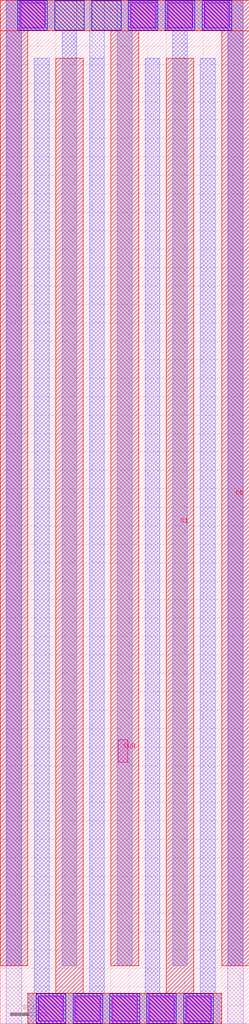
<source format=lef>
# Copyright 2020 The SkyWater PDK Authors
#
# Licensed under the Apache License, Version 2.0 (the "License");
# you may not use this file except in compliance with the License.
# You may obtain a copy of the License at
#
#     https://www.apache.org/licenses/LICENSE-2.0
#
# Unless required by applicable law or agreed to in writing, software
# distributed under the License is distributed on an "AS IS" BASIS,
# WITHOUT WARRANTIES OR CONDITIONS OF ANY KIND, either express or implied.
# See the License for the specific language governing permissions and
# limitations under the License.
#
# SPDX-License-Identifier: Apache-2.0

VERSION 5.7 ;
  NOWIREEXTENSIONATPIN ON ;
  DIVIDERCHAR "/" ;
  BUSBITCHARS "[]" ;
MACRO sky130_fd_pr__cap_vpp_02p7x11p1_m1m2m3m4_shieldl1_fingercap
  CLASS BLOCK ;
  FOREIGN sky130_fd_pr__cap_vpp_02p7x11p1_m1m2m3m4_shieldl1_fingercap ;
  ORIGIN  0.000000  0.000000 ;
  SIZE  2.700000 BY  11.10000 ;
  PIN C0
    PORT
      LAYER met4 ;
        RECT 0.000000  0.630000 0.300000 10.770000 ;
        RECT 0.000000 10.770000 2.700000 11.100000 ;
        RECT 1.200000  0.630000 1.500000 10.770000 ;
        RECT 2.400000  0.630000 2.700000 10.770000 ;
    END
  END C0
  PIN C1
    PORT
      LAYER met4 ;
        RECT 0.300000 0.000000 2.400000  0.330000 ;
        RECT 0.600000 0.330000 0.900000 10.470000 ;
        RECT 1.800000 0.330000 2.100000 10.470000 ;
    END
  END C1
  PIN SUB
    PORT
      LAYER pwell ;
        RECT 1.280000 2.835000 1.385000 3.080000 ;
    END
  END SUB
  OBS
    LAYER li1 ;
      RECT 0.065000 0.000000 0.235000 11.100000 ;
      RECT 2.465000 0.000000 2.635000 11.100000 ;
    LAYER met1 ;
      RECT 0.070000  0.630000 0.230000 10.770000 ;
      RECT 0.070000 10.770000 2.630000 11.100000 ;
      RECT 0.300000  0.000000 2.400000  0.330000 ;
      RECT 0.370000  0.330000 0.530000 10.470000 ;
      RECT 0.670000  0.630000 0.830000 10.770000 ;
      RECT 0.970000  0.330000 1.130000 10.470000 ;
      RECT 1.270000  0.630000 1.430000 10.770000 ;
      RECT 1.570000  0.330000 1.730000 10.470000 ;
      RECT 1.870000  0.630000 2.030000 10.770000 ;
      RECT 2.170000  0.330000 2.330000 10.470000 ;
      RECT 2.470000  0.630000 2.630000 10.770000 ;
    LAYER met2 ;
      RECT 0.070000  0.630000 0.230000 10.770000 ;
      RECT 0.070000 10.770000 0.830000 11.100000 ;
      RECT 0.300000  0.000000 2.400000  0.330000 ;
      RECT 0.370000  0.330000 0.530000 10.470000 ;
      RECT 0.670000  0.630000 0.830000 10.770000 ;
      RECT 0.970000  0.330000 1.130000 11.100000 ;
      RECT 1.270000  0.630000 1.430000 10.770000 ;
      RECT 1.270000 10.770000 2.630000 11.100000 ;
      RECT 1.570000  0.330000 1.730000 10.470000 ;
      RECT 1.870000  0.630000 2.030000 10.770000 ;
      RECT 2.170000  0.330000 2.330000 10.470000 ;
      RECT 2.470000  0.630000 2.630000 10.770000 ;
    LAYER met3 ;
      RECT 0.000000  0.630000 0.300000 10.770000 ;
      RECT 0.000000 10.770000 2.700000 11.100000 ;
      RECT 0.300000  0.000000 2.400000  0.330000 ;
      RECT 0.600000  0.330000 0.900000 10.470000 ;
      RECT 1.200000  0.630000 1.500000 10.770000 ;
      RECT 1.800000  0.330000 2.100000 10.470000 ;
      RECT 2.400000  0.630000 2.700000 10.770000 ;
    LAYER via ;
      RECT 0.220000 10.805000 0.480000 11.065000 ;
      RECT 0.420000  0.035000 0.680000  0.295000 ;
      RECT 0.820000  0.035000 1.080000  0.295000 ;
      RECT 1.220000  0.035000 1.480000  0.295000 ;
      RECT 1.420000 10.805000 1.680000 11.065000 ;
      RECT 1.620000  0.035000 1.880000  0.295000 ;
      RECT 1.820000 10.805000 2.080000 11.065000 ;
      RECT 2.020000  0.035000 2.280000  0.295000 ;
      RECT 2.220000 10.805000 2.480000 11.065000 ;
    LAYER via2 ;
      RECT 0.210000 10.795000 0.490000 11.075000 ;
      RECT 0.410000  0.025000 0.690000  0.305000 ;
      RECT 0.810000  0.025000 1.090000  0.305000 ;
      RECT 1.210000  0.025000 1.490000  0.305000 ;
      RECT 1.410000 10.795000 1.690000 11.075000 ;
      RECT 1.610000  0.025000 1.890000  0.305000 ;
      RECT 1.810000 10.795000 2.090000 11.075000 ;
      RECT 2.010000  0.025000 2.290000  0.305000 ;
      RECT 2.210000 10.795000 2.490000 11.075000 ;
    LAYER via3 ;
      RECT 0.190000 10.775000 0.510000 11.095000 ;
      RECT 0.390000  0.005000 0.710000  0.325000 ;
      RECT 0.590000 10.775000 0.910000 11.095000 ;
      RECT 0.790000  0.005000 1.110000  0.325000 ;
      RECT 0.990000 10.775000 1.310000 11.095000 ;
      RECT 1.190000  0.005000 1.510000  0.325000 ;
      RECT 1.390000 10.775000 1.710000 11.095000 ;
      RECT 1.590000  0.005000 1.910000  0.325000 ;
      RECT 1.790000 10.775000 2.110000 11.095000 ;
      RECT 1.990000  0.005000 2.310000  0.325000 ;
      RECT 2.190000 10.775000 2.510000 11.095000 ;
  END
END sky130_fd_pr__cap_vpp_02p7x11p1_m1m2m3m4_shieldl1_fingercap
END LIBRARY

</source>
